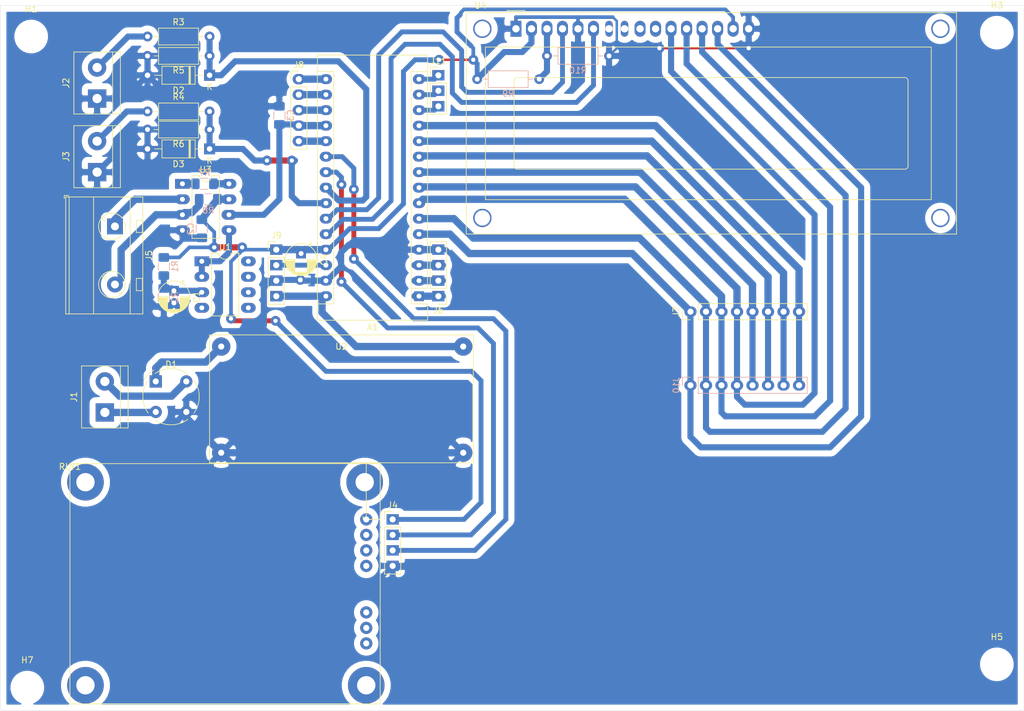
<source format=kicad_pcb>
(kicad_pcb (version 20171130) (host pcbnew 5.1.0)
  (layers (0 F.Cu signal) (31 B.Cu signal) (34 B.Paste user) (35 F.Paste user) (36 B.SilkS user) (37 F.SilkS user) (38 B.Mask user) (39 F.Mask user) (44 Edge.Cuts user))
  (net 0 "")
  (net 1 /TXD)
  (net 2 +3V3)
  (net 3 /RXD)
  (net 4 /REF)
  (net 5 /RST3)
  (net 6 /TERMO)
  (net 7 GND)
  (net 8 /A1)
  (net 9 /FIL1)
  (net 10 /RELAY1)
  (net 11 /FIL2)
  (net 12 /RELAY2)
  (net 13 /FIL3)
  (net 14 /INPUT1)
  (net 15 /FIL4)
  (net 16 /INPUT2)
  (net 17 /COL1)
  (net 18 /LCD_RS)
  (net 19 /COL2)
  (net 20 /LCD_E)
  (net 21 /COL3)
  (net 22 +5V)
  (net 23 /COL4)
  (net 24 /RST28)
  (net 25 /SS)
  (net 26 /MOSI)
  (net 27 +9V)
  (net 28 /MISO)
  (net 29 /SCK)
  (net 30 "Net-(C1-Pad1)")
  (net 31 "Net-(D1-Pad4)")
  (net 32 "Net-(D1-Pad2)")
  (net 33 "Net-(D1-Pad1)")
  (net 34 "Net-(J2-Pad2)")
  (net 35 "Net-(J3-Pad2)")
  (net 36 "/YELLOW(T-)")
  (net 37 "/RED(T+)")
  (net 38 "Net-(R7-Pad2)")
  (net 39 "Net-(R7-Pad1)")
  (net 40 "Net-(R10-Pad1)")
  (net 41 "Net-(U1-Pad1)")
  (net 42 "Net-(U4-Pad7)")
  (net 43 "Net-(U4-Pad8)")
  (net 44 "Net-(U4-Pad9)")
  (net 45 "Net-(U4-Pad10)")
  (module Arduino:2-Relay-Module (layer F.Cu) (at 29.21 87.757)
    (fp_text reference RLY1 (at 0 0.5) (layer F.SilkS))
    (fp_text value 2-Relay-Module)
    (pad JD-VCC thru_hole circle (at 48.514 29.464) (size 2 2) (drill 1) (layers *.Cu *.Mask))
    (pad VCC thru_hole circle (at 48.514 26.924) (size 2 2) (drill 1) (layers *.Cu *.Mask))
    (pad GND thru_hole circle (at 48.514 24.384) (size 2 2) (drill 1) (layers *.Cu *.Mask))
    (pad GND thru_hole circle (at 48.514 16.764) (size 2 2) (drill 1) (layers *.Cu *.Mask))
    (pad IN1 thru_hole circle (at 48.514 14.224) (size 2 2) (drill 1) (layers *.Cu *.Mask))
    (pad IN2 thru_hole circle (at 48.514 11.684) (size 2 2) (drill 1) (layers *.Cu *.Mask))
    (pad VCC thru_hole circle (at 48.514 9.144) (size 2 2) (drill 1) (layers *.Cu *.Mask))
    (pad H3 thru_hole circle (at 48.514 36.322) (size 6 6) (drill 3) (layers *.Cu *.Mask))
    (pad H4 thru_hole circle (at 48.26 3.048) (size 6 6) (drill 3) (layers *.Cu *.Mask))
    (pad H2 thru_hole circle (at 2.54 36.322) (size 6 6) (drill 3) (layers *.Cu *.Mask))
    (pad H1 thru_hole circle (at 2.54 3.048) (size 6 6) (drill 3) (layers *.Cu *.Mask))
  )
  (module Connector_PinHeader_2.54mm:PinHeader_1x04_P2.54mm_Vertical (layer F.Cu) (at 82.042 96.901)
    (fp_text reference J4 (at 0 -2.33) (layer F.SilkS))
    (fp_text value 2-relay-module)
    (pad 4 thru_hole rect (at 0 7.62) (size 2 1.7) (drill 1) (layers *.Cu *.Mask) (net 7 GND))
    (pad 3 thru_hole rect (at 0 5.08) (size 2 1.7) (drill 1) (layers *.Cu *.Mask) (net 10 /RELAY1))
    (pad 2 thru_hole rect (at 0 2.54) (size 2 1.7) (drill 1) (layers *.Cu *.Mask) (net 12 /RELAY2))
    (pad 1 thru_hole rect (at 0 0) (size 2 1.7) (drill 1) (layers *.Cu *.Mask) (net 22 +5V))
  )
  (module Connector_PinHeader_2.54mm:PinHeader_1x03_P2.54mm_Vertical (layer F.Cu) (at 89.535 24.13)
    (fp_text reference J11 (at 0 -2.33) (layer F.SilkS))
    (fp_text value Conn_01x03_Male)
    (pad 3 thru_hole rect (at 0 5.08) (size 2 1.7) (drill 1) (layers *.Cu *.Mask) (net 25 /SS))
    (pad 2 thru_hole rect (at 0 2.54) (size 2 1.7) (drill 1) (layers *.Cu *.Mask) (net 26 /MOSI))
    (pad 1 thru_hole rect (at 0 0) (size 2 1.7) (drill 1) (layers *.Cu *.Mask) (net 28 /MISO))
  )
  (module Module:Arduino_Nano (layer F.Cu) (at 86.36 60.325 180)
    (fp_text reference A1 (at 7.62 -5.08 180) (layer F.SilkS))
    (fp_text value Arduino_Nano_v2.x)
    (pad 1 thru_hole rect (at 0 0 180) (size 1.6 1.6) (drill 0.8) (layers *.Cu *.Mask) (net 1 /TXD))
    (pad 17 thru_hole oval (at 15.24 33.02 180) (size 2 1.6) (drill 0.8) (layers *.Cu *.Mask) (net 2 +3V3))
    (pad 2 thru_hole oval (at 0 2.54 180) (size 2 1.6) (drill 0.8) (layers *.Cu *.Mask) (net 3 /RXD))
    (pad 18 thru_hole oval (at 15.24 30.48 180) (size 2 1.6) (drill 0.8) (layers *.Cu *.Mask) (net 4 /REF))
    (pad 3 thru_hole oval (at 0 5.08 180) (size 2 1.6) (drill 0.8) (layers *.Cu *.Mask) (net 5 /RST3))
    (pad 19 thru_hole oval (at 15.24 27.94 180) (size 2 1.6) (drill 0.8) (layers *.Cu *.Mask) (net 6 /TERMO))
    (pad 4 thru_hole oval (at 0 7.62 180) (size 2 1.6) (drill 0.8) (layers *.Cu *.Mask) (net 7 GND))
    (pad 20 thru_hole oval (at 15.24 25.4 180) (size 2 1.6) (drill 0.8) (layers *.Cu *.Mask) (net 8 /A1))
    (pad 5 thru_hole oval (at 0 10.16 180) (size 2 1.6) (drill 0.8) (layers *.Cu *.Mask) (net 9 /FIL1))
    (pad 21 thru_hole oval (at 15.24 22.86 180) (size 2 1.6) (drill 0.8) (layers *.Cu *.Mask) (net 10 /RELAY1))
    (pad 6 thru_hole oval (at 0 12.7 180) (size 2 1.6) (drill 0.8) (layers *.Cu *.Mask) (net 11 /FIL2))
    (pad 22 thru_hole oval (at 15.24 20.32 180) (size 2 1.6) (drill 0.8) (layers *.Cu *.Mask) (net 12 /RELAY2))
    (pad 7 thru_hole oval (at 0 15.24 180) (size 2 1.6) (drill 0.8) (layers *.Cu *.Mask) (net 13 /FIL3))
    (pad 23 thru_hole oval (at 15.24 17.78 180) (size 2 1.6) (drill 0.8) (layers *.Cu *.Mask) (net 14 /INPUT1))
    (pad 8 thru_hole oval (at 0 17.78 180) (size 2 1.6) (drill 0.8) (layers *.Cu *.Mask) (net 15 /FIL4))
    (pad 24 thru_hole oval (at 15.24 15.24 180) (size 2 1.6) (drill 0.8) (layers *.Cu *.Mask) (net 16 /INPUT2))
    (pad 9 thru_hole oval (at 0 20.32 180) (size 2 1.6) (drill 0.8) (layers *.Cu *.Mask) (net 17 /COL1))
    (pad 25 thru_hole oval (at 15.24 12.7 180) (size 2 1.6) (drill 0.8) (layers *.Cu *.Mask) (net 18 /LCD_RS))
    (pad 10 thru_hole oval (at 0 22.86 180) (size 2 1.6) (drill 0.8) (layers *.Cu *.Mask) (net 19 /COL2))
    (pad 26 thru_hole oval (at 15.24 10.16 180) (size 2 1.6) (drill 0.8) (layers *.Cu *.Mask) (net 20 /LCD_E))
    (pad 11 thru_hole oval (at 0 25.4 180) (size 2 1.6) (drill 0.8) (layers *.Cu *.Mask) (net 21 /COL3))
    (pad 27 thru_hole oval (at 15.24 7.62 180) (size 2 1.6) (drill 0.8) (layers *.Cu *.Mask) (net 22 +5V))
    (pad 12 thru_hole oval (at 0 27.94 180) (size 2 1.6) (drill 0.8) (layers *.Cu *.Mask) (net 23 /COL4))
    (pad 28 thru_hole oval (at 15.24 5.08 180) (size 2 1.6) (drill 0.8) (layers *.Cu *.Mask) (net 24 /RST28))
    (pad 13 thru_hole oval (at 0 30.48 180) (size 2 1.6) (drill 0.8) (layers *.Cu *.Mask) (net 25 /SS))
    (pad 29 thru_hole oval (at 15.24 2.54 180) (size 2 1.6) (drill 0.8) (layers *.Cu *.Mask) (net 7 GND))
    (pad 14 thru_hole oval (at 0 33.02 180) (size 2 1.6) (drill 0.8) (layers *.Cu *.Mask) (net 26 /MOSI))
    (pad 30 thru_hole oval (at 15.24 0 180) (size 2 1.6) (drill 0.8) (layers *.Cu *.Mask) (net 27 +9V))
    (pad 15 thru_hole oval (at 0 35.56 180) (size 2 1.6) (drill 0.8) (layers *.Cu *.Mask) (net 28 /MISO))
    (pad 16 thru_hole oval (at 15.24 35.56 180) (size 2 1.6) (drill 0.8) (layers *.Cu *.Mask) (net 29 /SCK))
  )
  (module Capacitor_THT:CP_Radial_D5.0mm_P2.00mm (layer F.Cu) (at 46.228 59.436 270)
    (fp_text reference C1 (at 1 -3.75 270) (layer F.SilkS))
    (fp_text value 1uF/16V)
    (pad 2 thru_hole circle (at 2 0 270) (size 1.6 1.6) (drill 0.8) (layers *.Cu *.Mask) (net 7 GND))
    (pad 1 thru_hole rect (at 0 0 270) (size 1.6 1.6) (drill 0.8) (layers *.Cu *.Mask) (net 30 "Net-(C1-Pad1)"))
  )
  (module Capacitor_SMD:C_1206_3216Metric_Pad1.42x1.75mm_HandSolder (layer B.Cu) (at 50.8 49.276 270)
    (fp_text reference C2 (at 0 1.82 270) (layer B.SilkS) (effects (justify mirror)))
    (fp_text value 0.1uF)
    (pad 1 smd roundrect (at -1.4875 0 270) (size 1.425 1.75) (layers B.Cu B.Paste B.Mask) (roundrect_rratio 0.175439) (net 22 +5V))
    (pad 2 smd roundrect (at 1.4875 0 270) (size 1.425 1.75) (layers B.Cu B.Paste B.Mask) (roundrect_rratio 0.175439) (net 7 GND))
  )
  (module Capacitor_SMD:C_1206_3216Metric_Pad1.42x1.75mm_HandSolder (layer B.Cu) (at 63.5 30.6975 90)
    (fp_text reference C3 (at 0 1.82 90) (layer B.SilkS) (effects (justify mirror)))
    (fp_text value 0.1uF)
    (pad 2 smd roundrect (at 1.4875 0 90) (size 1.425 1.75) (layers B.Cu B.Paste B.Mask) (roundrect_rratio 0.175439) (net 7 GND))
    (pad 1 smd roundrect (at -1.4875 0 90) (size 1.425 1.75) (layers B.Cu B.Paste B.Mask) (roundrect_rratio 0.175439) (net 6 /TERMO))
  )
  (module Capacitor_THT:CP_Radial_D5.0mm_P2.00mm (layer F.Cu) (at 67.056 53.34 270)
    (fp_text reference C4 (at 1 -3.75 270) (layer F.SilkS))
    (fp_text value 100uF/16V)
    (pad 1 thru_hole rect (at 0 0 270) (size 1.6 1.6) (drill 0.8) (layers *.Cu *.Mask) (net 22 +5V))
    (pad 2 thru_hole circle (at 4.318 0.127 270) (size 1.6 1.6) (drill 0.8) (layers *.Cu *.Mask) (net 7 GND))
  )
  (module Diode_THT:D_A-405_P10.16mm_Horizontal (layer F.Cu) (at 52.07 24.13 180)
    (fp_text reference D2 (at 5.08 -2.47 180) (layer F.SilkS))
    (fp_text value 5.1V)
    (fp_text user K (at 0 -1.9 180) (layer F.SilkS))
    (pad 1 thru_hole rect (at 0 0 180) (size 1.8 1.8) (drill 0.9) (layers *.Cu *.Mask) (net 14 /INPUT1))
    (pad 2 thru_hole oval (at 10.16 0 180) (size 1.8 1.8) (drill 0.9) (layers *.Cu *.Mask) (net 7 GND))
  )
  (module Diode_THT:D_A-405_P10.16mm_Horizontal (layer F.Cu) (at 52.07 36.195 180)
    (fp_text reference D3 (at 5.08 -2.47 180) (layer F.SilkS))
    (fp_text value 5.1V)
    (fp_text user K (at 0 -1.9 180) (layer F.SilkS))
    (pad 2 thru_hole oval (at 10.16 0 180) (size 1.8 1.8) (drill 0.9) (layers *.Cu *.Mask) (net 7 GND))
    (pad 1 thru_hole rect (at 0 0 180) (size 1.8 1.8) (drill 0.9) (layers *.Cu *.Mask) (net 16 /INPUT2))
  )
  (module TerminalBlock:TerminalBlock_bornier-2_P5.08mm (layer F.Cu) (at 34.925 79.375 90)
    (fp_text reference J1 (at 2.54 -5.08 90) (layer F.SilkS))
    (fp_text value Screw_Terminal_01x02)
    (pad 1 thru_hole rect (at 0 0 90) (size 3 3) (drill 1.52) (layers *.Cu *.Mask) (net 32 "Net-(D1-Pad2)"))
    (pad 2 thru_hole circle (at 5.08 0 90) (size 3 3) (drill 1.52) (layers *.Cu *.Mask) (net 31 "Net-(D1-Pad4)"))
  )
  (module TerminalBlock:TerminalBlock_bornier-2_P5.08mm (layer F.Cu) (at 33.655 27.94 90)
    (fp_text reference J2 (at 2.54 -5.08 90) (layer F.SilkS))
    (fp_text value Screw_Terminal_01x02)
    (pad 1 thru_hole rect (at 0 0 90) (size 3 3) (drill 1.52) (layers *.Cu *.Mask) (net 7 GND))
    (pad 2 thru_hole circle (at 5.08 0 90) (size 3 3) (drill 1.52) (layers *.Cu *.Mask) (net 34 "Net-(J2-Pad2)"))
  )
  (module TerminalBlock:TerminalBlock_bornier-2_P5.08mm (layer F.Cu) (at 33.655 40.005 90)
    (fp_text reference J3 (at 2.54 -5.08 90) (layer F.SilkS))
    (fp_text value Screw_Terminal_01x02)
    (pad 2 thru_hole circle (at 5.08 0 90) (size 3 3) (drill 1.52) (layers *.Cu *.Mask) (net 35 "Net-(J3-Pad2)"))
    (pad 1 thru_hole rect (at 0 0 90) (size 3 3) (drill 1.52) (layers *.Cu *.Mask) (net 7 GND))
  )
  (module TerminalBlock_MetzConnect:TerminalBlock_MetzConnect_Type703_RT10N02HGLU_1x02_P9.52mm_Horizontal (layer F.Cu) (at 36.576 48.895 270)
    (fp_text reference J5 (at 4.76 -5.56 270) (layer F.SilkS))
    (fp_text value J-THERMO)
    (pad 1 thru_hole rect (at 0 0 270) (size 2.6 2.6) (drill 1.3) (layers *.Cu *.Mask) (net 36 "/YELLOW(T-)"))
    (pad 2 thru_hole circle (at 9.52 0 270) (size 2.6 2.6) (drill 1.3) (layers *.Cu *.Mask) (net 37 "/RED(T+)"))
  )
  (module Connector_PinHeader_2.54mm:PinHeader_1x04_P2.54mm_Vertical (layer F.Cu) (at 89.535 60.325 180)
    (fp_text reference J6 (at 0 -2.33 180) (layer F.SilkS))
    (fp_text value Conn_01x04_Male)
    (pad 1 thru_hole rect (at 0 0 180) (size 2 1.7) (drill 1) (layers *.Cu *.Mask) (net 1 /TXD))
    (pad 2 thru_hole rect (at 0 2.54 180) (size 2 1.7) (drill 1) (layers *.Cu *.Mask) (net 3 /RXD))
    (pad 3 thru_hole rect (at 0 5.08 180) (size 2 1.7) (drill 1) (layers *.Cu *.Mask) (net 5 /RST3))
    (pad 4 thru_hole rect (at 0 7.62 180) (size 2 1.7) (drill 1) (layers *.Cu *.Mask) (net 7 GND))
  )
  (module Connector_PinHeader_2.54mm:PinHeader_1x08_P2.54mm_Vertical (layer F.Cu) (at 130.81 62.865 90)
    (fp_text reference J7 (at 0 -2.33 90) (layer F.SilkS))
    (fp_text value Keypad4x4)
    (pad 1 thru_hole oval (at 0 0 90) (size 1.7 2) (drill 1) (layers *.Cu *.Mask) (net 9 /FIL1))
    (pad 2 thru_hole oval (at 0 2.54 90) (size 1.7 2) (drill 1) (layers *.Cu *.Mask) (net 11 /FIL2))
    (pad 3 thru_hole oval (at 0 5.08 90) (size 1.7 2) (drill 1) (layers *.Cu *.Mask) (net 13 /FIL3))
    (pad 4 thru_hole oval (at 0 7.62 90) (size 1.7 2) (drill 1) (layers *.Cu *.Mask) (net 15 /FIL4))
    (pad 5 thru_hole oval (at 0 10.16 90) (size 1.7 2) (drill 1) (layers *.Cu *.Mask) (net 17 /COL1))
    (pad 6 thru_hole oval (at 0 12.7 90) (size 1.7 2) (drill 1) (layers *.Cu *.Mask) (net 19 /COL2))
    (pad 7 thru_hole oval (at 0 15.24 90) (size 1.7 2) (drill 1) (layers *.Cu *.Mask) (net 21 /COL3))
    (pad 8 thru_hole oval (at 0 17.78 90) (size 1.7 2) (drill 1) (layers *.Cu *.Mask) (net 23 /COL4))
  )
  (module Connector_PinHeader_2.54mm:PinHeader_1x05_P2.54mm_Vertical (layer F.Cu) (at 66.675 24.765)
    (fp_text reference J8 (at 0 -2.33) (layer F.SilkS))
    (fp_text value Conn_01x05_Male)
    (pad 1 thru_hole oval (at 0 0) (size 2 1.7) (drill 1) (layers *.Cu *.Mask) (net 29 /SCK))
    (pad 2 thru_hole oval (at 0 2.54) (size 2 1.7) (drill 1) (layers *.Cu *.Mask) (net 2 +3V3))
    (pad 3 thru_hole oval (at 0 5.08) (size 2 1.7) (drill 1) (layers *.Cu *.Mask) (net 4 /REF))
    (pad 4 thru_hole oval (at 0 7.62) (size 2 1.7) (drill 1) (layers *.Cu *.Mask) (net 6 /TERMO))
    (pad 5 thru_hole oval (at 0 10.16) (size 2 1.7) (drill 1) (layers *.Cu *.Mask) (net 8 /A1))
  )
  (module Connector_PinHeader_2.54mm:PinHeader_1x04_P2.54mm_Vertical (layer F.Cu) (at 62.992 52.705)
    (fp_text reference J9 (at 0 -2.33) (layer F.SilkS))
    (fp_text value Conn_01x04_Male)
    (pad 1 thru_hole rect (at 0 0) (size 2 1.7) (drill 1) (layers *.Cu *.Mask) (net 22 +5V))
    (pad 2 thru_hole rect (at 0 2.54) (size 2 1.7) (drill 1) (layers *.Cu *.Mask) (net 24 /RST28))
    (pad 3 thru_hole rect (at 0 5.08) (size 2 1.7) (drill 1) (layers *.Cu *.Mask) (net 7 GND))
    (pad 4 thru_hole rect (at 0 7.62) (size 2 1.7) (drill 1) (layers *.Cu *.Mask) (net 27 +9V))
  )
  (module Resistor_SMD:R_1206_3216Metric_Pad1.42x1.75mm_HandSolder (layer B.Cu) (at 44.577 55.4625 90)
    (fp_text reference R1 (at 0 1.82 90) (layer B.SilkS) (effects (justify mirror)))
    (fp_text value 10k)
    (pad 2 smd roundrect (at 1.4875 0 90) (size 1.425 1.75) (layers B.Cu B.Paste B.Mask) (roundrect_rratio 0.175439) (net 22 +5V))
    (pad 1 smd roundrect (at -1.4875 0 90) (size 1.425 1.75) (layers B.Cu B.Paste B.Mask) (roundrect_rratio 0.175439) (net 30 "Net-(C1-Pad1)"))
  )
  (module Resistor_SMD:R_1206_3216Metric_Pad1.42x1.75mm_HandSolder (layer B.Cu) (at 44.577 60.5425 90)
    (fp_text reference R2 (at 0 1.82 90) (layer B.SilkS) (effects (justify mirror)))
    (fp_text value 10k)
    (pad 1 smd roundrect (at -1.4875 0 90) (size 1.425 1.75) (layers B.Cu B.Paste B.Mask) (roundrect_rratio 0.175439) (net 7 GND))
    (pad 2 smd roundrect (at 1.4875 0 90) (size 1.425 1.75) (layers B.Cu B.Paste B.Mask) (roundrect_rratio 0.175439) (net 30 "Net-(C1-Pad1)"))
  )
  (module Resistor_THT:R_Axial_DIN0207_L6.3mm_D2.5mm_P10.16mm_Horizontal (layer F.Cu) (at 41.91 17.78)
    (fp_text reference R3 (at 5.08 -2.37) (layer F.SilkS))
    (fp_text value 10k)
    (pad 2 thru_hole oval (at 10.16 0) (size 1.6 1.6) (drill 0.8) (layers *.Cu *.Mask) (net 14 /INPUT1))
    (pad 1 thru_hole circle (at 0 0) (size 1.6 1.6) (drill 0.8) (layers *.Cu *.Mask) (net 34 "Net-(J2-Pad2)"))
  )
  (module Resistor_THT:R_Axial_DIN0207_L6.3mm_D2.5mm_P10.16mm_Horizontal (layer F.Cu) (at 41.91 30.055001)
    (fp_text reference R4 (at 5.08 -2.37) (layer F.SilkS))
    (fp_text value 10k)
    (pad 2 thru_hole oval (at 10.16 0) (size 1.6 1.6) (drill 0.8) (layers *.Cu *.Mask) (net 16 /INPUT2))
    (pad 1 thru_hole circle (at 0 0) (size 1.6 1.6) (drill 0.8) (layers *.Cu *.Mask) (net 35 "Net-(J3-Pad2)"))
  )
  (module Resistor_THT:R_Axial_DIN0207_L6.3mm_D2.5mm_P10.16mm_Horizontal (layer F.Cu) (at 52.07 20.955 180)
    (fp_text reference R5 (at 5.08 -2.37 180) (layer F.SilkS))
    (fp_text value 2.7k)
    (pad 1 thru_hole circle (at 0 0 180) (size 1.6 1.6) (drill 0.8) (layers *.Cu *.Mask) (net 14 /INPUT1))
    (pad 2 thru_hole oval (at 10.16 0 180) (size 1.6 1.6) (drill 0.8) (layers *.Cu *.Mask) (net 7 GND))
  )
  (module Resistor_THT:R_Axial_DIN0207_L6.3mm_D2.5mm_P10.16mm_Horizontal (layer F.Cu) (at 52.07 33.02 180)
    (fp_text reference R6 (at 5.08 -2.37 180) (layer F.SilkS))
    (fp_text value 2.7k)
    (pad 1 thru_hole circle (at 0 0 180) (size 1.6 1.6) (drill 0.8) (layers *.Cu *.Mask) (net 16 /INPUT2))
    (pad 2 thru_hole oval (at 10.16 0 180) (size 1.6 1.6) (drill 0.8) (layers *.Cu *.Mask) (net 7 GND))
  )
  (module Resistor_SMD:R_1206_3216Metric_Pad1.42x1.75mm_HandSolder (layer B.Cu) (at 51.2175 41.91 180)
    (fp_text reference R7 (at 0 1.82 180) (layer B.SilkS) (effects (justify mirror)))
    (fp_text value 499)
    (pad 2 smd roundrect (at 1.4875 0 180) (size 1.425 1.75) (layers B.Cu B.Paste B.Mask) (roundrect_rratio 0.175439) (net 38 "Net-(R7-Pad2)"))
    (pad 1 smd roundrect (at -1.4875 0 180) (size 1.425 1.75) (layers B.Cu B.Paste B.Mask) (roundrect_rratio 0.175439) (net 39 "Net-(R7-Pad1)"))
  )
  (module Resistor_SMD:R_1206_3216Metric_Pad1.42x1.75mm_HandSolder (layer B.Cu) (at 51.8525 44.45)
    (fp_text reference R8 (at 0 1.82) (layer B.SilkS) (effects (justify mirror)))
    (fp_text value 10k)
    (pad 1 smd roundrect (at -1.4875 0) (size 1.425 1.75) (layers B.Cu B.Paste B.Mask) (roundrect_rratio 0.175439) (net 37 "/RED(T+)"))
    (pad 2 smd roundrect (at 1.4875 0) (size 1.425 1.75) (layers B.Cu B.Paste B.Mask) (roundrect_rratio 0.175439) (net 22 +5V))
  )
  (module Resistor_THT:R_Axial_DIN0207_L6.3mm_D2.5mm_P10.16mm_Horizontal (layer B.Cu) (at 95.885 24.765)
    (fp_text reference R9 (at 5.08 2.37) (layer B.SilkS) (effects (justify mirror)))
    (fp_text value 10k)
    (pad 1 thru_hole circle (at 0 0) (size 1.6 1.6) (drill 0.8) (layers *.Cu *.Mask) (net 22 +5V))
    (pad 2 thru_hole oval (at 10.16 0) (size 1.6 1.6) (drill 0.8) (layers *.Cu *.Mask) (net 40 "Net-(R10-Pad1)"))
  )
  (module Resistor_THT:R_Axial_DIN0207_L6.3mm_D2.5mm_P10.16mm_Horizontal (layer B.Cu) (at 107.315 20.955)
    (fp_text reference R10 (at 5.08 2.37) (layer B.SilkS) (effects (justify mirror)))
    (fp_text value 1.5-2k)
    (pad 2 thru_hole oval (at 10.16 0) (size 1.6 1.6) (drill 0.8) (layers *.Cu *.Mask) (net 7 GND))
    (pad 1 thru_hole circle (at 0 0) (size 1.6 1.6) (drill 0.8) (layers *.Cu *.Mask) (net 40 "Net-(R10-Pad1)"))
  )
  (module Package_DIP:DIP-8_W7.62mm_LongPads (layer F.Cu) (at 50.8 54.61)
    (fp_text reference U1 (at 3.81 -2.33) (layer F.SilkS))
    (fp_text value LM358)
    (pad 1 thru_hole rect (at 0 0) (size 2.4 1.6) (drill 0.8) (layers *.Cu *.Mask) (net 41 "Net-(U1-Pad1)"))
    (pad 5 thru_hole oval (at 7.62 7.62) (size 2.4 1.6) (drill 0.8) (layers *.Cu *.Mask))
    (pad 2 thru_hole oval (at 0 2.54) (size 2.4 1.6) (drill 0.8) (layers *.Cu *.Mask) (net 41 "Net-(U1-Pad1)"))
    (pad 6 thru_hole oval (at 7.62 5.08) (size 2.4 1.6) (drill 0.8) (layers *.Cu *.Mask))
    (pad 3 thru_hole oval (at 0 5.08) (size 2.4 1.6) (drill 0.8) (layers *.Cu *.Mask) (net 30 "Net-(C1-Pad1)"))
    (pad 7 thru_hole oval (at 7.62 2.54) (size 2.4 1.6) (drill 0.8) (layers *.Cu *.Mask))
    (pad 4 thru_hole oval (at 0 7.62) (size 2.4 1.6) (drill 0.8) (layers *.Cu *.Mask))
    (pad 8 thru_hole oval (at 7.62 0) (size 2.4 1.6) (drill 0.8) (layers *.Cu *.Mask))
  )
  (module Package_DIP:DIP-8_W7.62mm_LongPads (layer F.Cu) (at 47.625 41.91)
    (fp_text reference U3 (at 3.81 -2.33) (layer F.SilkS))
    (fp_text value INA129)
    (pad 8 thru_hole oval (at 7.62 0) (size 2.4 1.6) (drill 0.8) (layers *.Cu *.Mask) (net 39 "Net-(R7-Pad1)"))
    (pad 4 thru_hole oval (at 0 7.62) (size 2.4 1.6) (drill 0.8) (layers *.Cu *.Mask) (net 7 GND))
    (pad 7 thru_hole oval (at 7.62 2.54) (size 2.4 1.6) (drill 0.8) (layers *.Cu *.Mask) (net 22 +5V))
    (pad 3 thru_hole oval (at 0 5.08) (size 2.4 1.6) (drill 0.8) (layers *.Cu *.Mask) (net 37 "/RED(T+)"))
    (pad 6 thru_hole oval (at 7.62 5.08) (size 2.4 1.6) (drill 0.8) (layers *.Cu *.Mask) (net 6 /TERMO))
    (pad 2 thru_hole oval (at 0 2.54) (size 2.4 1.6) (drill 0.8) (layers *.Cu *.Mask) (net 36 "/YELLOW(T-)"))
    (pad 5 thru_hole oval (at 7.62 7.62) (size 2.4 1.6) (drill 0.8) (layers *.Cu *.Mask) (net 41 "Net-(U1-Pad1)"))
    (pad 1 thru_hole rect (at 0 0) (size 2.4 1.6) (drill 0.8) (layers *.Cu *.Mask) (net 38 "Net-(R7-Pad2)"))
  )
  (module Arduino:LM2596-DC-DC-StepDown (layer F.Cu) (at 53.975 68.58)
    (fp_text reference U2 (at 19.685 0) (layer F.SilkS))
    (fp_text value LM2596DC-DC-StepDown)
    (pad 1 thru_hole circle (at 0 0) (size 3 3) (drill 1) (layers *.Cu *.Mask) (net 33 "Net-(D1-Pad1)"))
    (pad 2 thru_hole circle (at 0 17.399) (size 3 3) (drill 1) (layers *.Cu *.Mask) (net 7 GND))
    (pad 3 thru_hole circle (at 39.624 17.399) (size 3 3) (drill 1) (layers *.Cu *.Mask) (net 7 GND))
    (pad 4 thru_hole circle (at 39.624 0) (size 3 3) (drill 1) (layers *.Cu *.Mask) (net 27 +9V))
  )
  (module Diode_THT:Diode_Bridge_Round_D9.0mm (layer F.Cu) (at 43.26 74.295)
    (fp_text reference D1 (at 2.54 -2.794) (layer F.SilkS))
    (fp_text value W04G)
    (pad 4 thru_hole oval (at 5 0) (size 2 2) (drill 1) (layers *.Cu *.Mask) (net 31 "Net-(D1-Pad4)"))
    (pad 2 thru_hole oval (at 0 5) (size 2 2) (drill 1) (layers *.Cu *.Mask) (net 32 "Net-(D1-Pad2)"))
    (pad 3 thru_hole oval (at 5 5) (size 2 2) (drill 1) (layers *.Cu *.Mask) (net 7 GND))
    (pad 1 thru_hole rect (at 0 0) (size 2 2) (drill 1) (layers *.Cu *.Mask) (net 33 "Net-(D1-Pad1)"))
  )
  (module Display:WC1602A (layer F.Cu) (at 102.235 16.51)
    (fp_text reference U4 (at -5.82 -3.81) (layer F.SilkS))
    (fp_text value RC1602A)
    (pad 1 thru_hole rect (at 0 0) (size 1.8 2.6) (drill 1.2) (layers *.Cu *.Mask) (net 7 GND))
    (pad 2 thru_hole oval (at 2.54 0) (size 1.8 2.6) (drill 1.2) (layers *.Cu *.Mask) (net 22 +5V))
    (pad 3 thru_hole oval (at 5.08 0) (size 1.8 2.6) (drill 1.2) (layers *.Cu *.Mask) (net 40 "Net-(R10-Pad1)"))
    (pad 4 thru_hole oval (at 7.62 0) (size 1.8 2.6) (drill 1.2) (layers *.Cu *.Mask) (net 18 /LCD_RS))
    (pad 5 thru_hole oval (at 10.16 0) (size 1.8 2.6) (drill 1.2) (layers *.Cu *.Mask) (net 7 GND))
    (pad 6 thru_hole oval (at 12.7 0) (size 1.8 2.6) (drill 1.2) (layers *.Cu *.Mask) (net 20 /LCD_E))
    (pad 7 thru_hole oval (at 15.24 0) (size 1.2 2.6) (drill 1.2) (layers *.Cu *.Mask) (net 42 "Net-(U4-Pad7)"))
    (pad 8 thru_hole oval (at 17.78 0) (size 1.2 2.6) (drill 1.2) (layers *.Cu *.Mask) (net 43 "Net-(U4-Pad8)"))
    (pad 9 thru_hole oval (at 20.32 0) (size 1.8 2.6) (drill 1.2) (layers *.Cu *.Mask) (net 44 "Net-(U4-Pad9)"))
    (pad 10 thru_hole oval (at 22.86 0) (size 1.8 2.6) (drill 1.2) (layers *.Cu *.Mask) (net 45 "Net-(U4-Pad10)"))
    (pad 11 thru_hole oval (at 25.4 0) (size 1.8 2.6) (drill 1.2) (layers *.Cu *.Mask) (net 15 /FIL4))
    (pad 12 thru_hole oval (at 27.94 0) (size 1.8 2.6) (drill 1.2) (layers *.Cu *.Mask) (net 13 /FIL3))
    (pad 13 thru_hole oval (at 30.48 0) (size 1.8 2.6) (drill 1.2) (layers *.Cu *.Mask) (net 11 /FIL2))
    (pad 14 thru_hole oval (at 33.02 0) (size 1.8 2.6) (drill 1.2) (layers *.Cu *.Mask) (net 9 /FIL1))
    (pad 15 thru_hole oval (at 35.56 0) (size 1.8 2.6) (drill 1.2) (layers *.Cu *.Mask) (net 22 +5V))
    (pad 16 thru_hole oval (at 38.1 0) (size 1.8 2.6) (drill 1.2) (layers *.Cu *.Mask) (net 7 GND))
    (pad "" thru_hole circle (at -5.4991 0) (size 3 3) (drill 2.5) (layers *.Cu *.Mask))
    (pad "" thru_hole circle (at -5.4991 31.0007) (size 3 3) (drill 2.5) (layers *.Cu *.Mask))
    (pad "" thru_hole circle (at 69.49948 31.0007) (size 3 3) (drill 2.5) (layers *.Cu *.Mask))
    (pad "" thru_hole circle (at 69.5 0) (size 3 3) (drill 2.5) (layers *.Cu *.Mask))
  )
  (module MountingHole:MountingHole_3.5mm (layer F.Cu) (at 22.86 17.78)
    (fp_text reference H1 (at 0 -4.5) (layer F.SilkS))
    (fp_text value MountingHole)
    (pad 1 np_thru_hole circle (at 0 0) (size 3.5 3.5) (drill 3.5) (layers *.Cu *.Mask))
  )
  (module MountingHole:MountingHole_3.5mm (layer F.Cu) (at 180.975 17.145)
    (fp_text reference H3 (at 0 -4.5) (layer F.SilkS))
    (fp_text value MountingHole)
    (pad 1 np_thru_hole circle (at 0 0) (size 3.5 3.5) (drill 3.5) (layers *.Cu *.Mask))
  )
  (module MountingHole:MountingHole_3.5mm (layer F.Cu) (at 180.975 120.65)
    (fp_text reference H5 (at 0 -4.5) (layer F.SilkS))
    (fp_text value MountingHole)
    (pad 1 np_thru_hole circle (at 0 0) (size 3.5 3.5) (drill 3.5) (layers *.Cu *.Mask))
  )
  (module MountingHole:MountingHole_3.5mm (layer F.Cu) (at 22.225 124.46)
    (fp_text reference H7 (at 0 -4.5) (layer F.SilkS))
    (fp_text value MountingHole)
    (pad 1 np_thru_hole circle (at 0 0) (size 3.5 3.5) (drill 3.5) (layers *.Cu *.Mask))
  )
  (module Connector_PinHeader_2.54mm:PinHeader_1x08_P2.54mm_Vertical (layer B.Cu) (at 130.81 74.93 270)
    (fp_text reference J10 (at 0 2.33 270) (layer B.SilkS) (effects (justify mirror)))
    (fp_text value Keypad4x4)
    (pad 1 thru_hole oval (at 0 0 270) (size 1.7 2) (drill 1) (layers *.Cu *.Mask) (net 9 /FIL1))
    (pad 2 thru_hole oval (at 0 -2.54 270) (size 1.7 2) (drill 1) (layers *.Cu *.Mask) (net 11 /FIL2))
    (pad 3 thru_hole oval (at 0 -5.08 270) (size 1.7 2) (drill 1) (layers *.Cu *.Mask) (net 13 /FIL3))
    (pad 4 thru_hole oval (at 0 -7.62 270) (size 1.7 2) (drill 1) (layers *.Cu *.Mask) (net 15 /FIL4))
    (pad 5 thru_hole oval (at 0 -10.16 270) (size 1.7 2) (drill 1) (layers *.Cu *.Mask) (net 17 /COL1))
    (pad 6 thru_hole oval (at 0 -12.7 270) (size 1.7 2) (drill 1) (layers *.Cu *.Mask) (net 19 /COL2))
    (pad 7 thru_hole oval (at 0 -15.24 270) (size 1.7 2) (drill 1) (layers *.Cu *.Mask) (net 21 /COL3))
    (pad 8 thru_hole oval (at 0 -17.78 270) (size 1.7 2) (drill 1) (layers *.Cu *.Mask) (net 23 /COL4))
  )
  (gr_line (start 17.78 128.27) (end 17.78 119.38) (layer Edge.Cuts) (width 0.05))
  (gr_line (start 185.42 128.27) (end 17.78 128.27) (layer Edge.Cuts) (width 0.05))
  (gr_line (start 17.78 119.38) (end 17.78 12.7) (layer Edge.Cuts) (width 0.05))
  (gr_line (start 185.42 12.7) (end 185.42 128.27) (layer Edge.Cuts) (width 0.05))
  (gr_line (start 17.78 12.7) (end 185.42 12.7) (layer Edge.Cuts) (width 0.05))
  (segment (start 90.17 60.325) (end 85.725 60.325) (width 1.2) (layer B.Cu) (net 1))
  (segment (start 70.485 27.305) (end 66.675 27.305) (width 1.2) (layer B.Cu) (net 2))
  (segment (start 85.725 57.785) (end 90.17 57.785) (width 1.2) (layer B.Cu) (net 3))
  (segment (start 66.675 29.845) (end 70.485 29.845) (width 1.2) (layer B.Cu) (net 4))
  (segment (start 85.725 55.245) (end 90.17 55.245) (width 1.2) (layer B.Cu) (net 5))
  (segment (start 70.485 32.385) (end 66.675 32.385) (width 1.2) (layer B.Cu) (net 6))
  (segment (start 66.475 32.185) (end 66.675 32.385) (width 1) (layer B.Cu) (net 6))
  (segment (start 63.5 32.185) (end 66.475 32.185) (width 1) (layer B.Cu) (net 6))
  (segment (start 63.5 44.45) (end 63.5 32.185) (width 1) (layer B.Cu) (net 6))
  (segment (start 55.245 46.99) (end 60.96 46.99) (width 1) (layer B.Cu) (net 6))
  (segment (start 60.96 46.99) (end 63.5 44.45) (width 1) (layer B.Cu) (net 6))
  (segment (start 41.91 20.955) (end 41.91 24.13) (width 1) (layer B.Cu) (net 7))
  (segment (start 38.1 27.94) (end 41.91 24.13) (width 1) (layer B.Cu) (net 7))
  (segment (start 33.655 27.94) (end 38.1 27.94) (width 1) (layer B.Cu) (net 7))
  (segment (start 41.91 33.02) (end 41.91 36.195) (width 1) (layer B.Cu) (net 7))
  (segment (start 37.465 36.195) (end 33.655 40.005) (width 1) (layer B.Cu) (net 7))
  (segment (start 41.91 36.195) (end 37.465 36.195) (width 1) (layer B.Cu) (net 7))
  (segment (start 85.725 52.705) (end 90.17 52.705) (width 1.2) (layer B.Cu) (net 7))
  (segment (start 48.26 80.264) (end 53.975 85.979) (width 1.2) (layer B.Cu) (net 7))
  (segment (start 48.26 79.295) (end 48.26 80.264) (width 1.2) (layer B.Cu) (net 7))
  (segment (start 63.5 29.21) (end 59.69 29.21) (width 1) (layer B.Cu) (net 7))
  (segment (start 59.69 29.21) (end 57.785 27.305) (width 1) (layer B.Cu) (net 7))
  (segment (start 45.085 27.305) (end 41.91 24.13) (width 1) (layer B.Cu) (net 7))
  (segment (start 57.785 27.305) (end 45.085 27.305) (width 1) (layer B.Cu) (net 7))
  (segment (start 31.155 27.94) (end 29.845 29.25) (width 1) (layer B.Cu) (net 7))
  (segment (start 33.655 27.94) (end 31.155 27.94) (width 1) (layer B.Cu) (net 7))
  (segment (start 31.155 40.005) (end 33.655 40.005) (width 1) (layer B.Cu) (net 7))
  (segment (start 29.845 38.695) (end 31.155 40.005) (width 1) (layer B.Cu) (net 7))
  (segment (start 29.845 29.25) (end 29.845 38.695) (width 1) (layer B.Cu) (net 7))
  (segment (start 33.655 42.505) (end 31.115 45.045) (width 1) (layer B.Cu) (net 7))
  (segment (start 33.655 40.005) (end 33.655 42.505) (width 1) (layer B.Cu) (net 7))
  (segment (start 31.115 59.69) (end 32.004 60.452) (width 1) (layer B.Cu) (net 7))
  (segment (start 31.115 45.045) (end 31.115 59.69) (width 1) (layer B.Cu) (net 7))
  (segment (start 32.004 60.452) (end 34.09 62.03) (width 1) (layer B.Cu) (net 7))
  (segment (start 34.09 62.03) (end 45.085 62.03) (width 1) (layer B.Cu) (net 7))
  (segment (start 45.634 62.03) (end 46.228 61.436) (width 1) (layer B.Cu) (net 7))
  (segment (start 44.577 62.03) (end 45.634 62.03) (width 1) (layer B.Cu) (net 7))
  (segment (start 43.234 62.03) (end 44.577 62.03) (width 1) (layer B.Cu) (net 7))
  (segment (start 41.148 59.944) (end 43.234 62.03) (width 1) (layer B.Cu) (net 7))
  (segment (start 41.148 53.807) (end 41.148 59.944) (width 1) (layer B.Cu) (net 7))
  (segment (start 47.625 49.53) (end 45.425 49.53) (width 1) (layer B.Cu) (net 7))
  (segment (start 45.425 49.53) (end 41.148 53.807) (width 1) (layer B.Cu) (net 7))
  (segment (start 47.752 50.8) (end 49.784 50.8) (width 1.2) (layer B.Cu) (net 7))
  (segment (start 47.625 49.53) (end 47.752 50.8) (width 1.2) (layer B.Cu) (net 7))
  (segment (start 48.26 79.295) (end 41.703 85.852) (width 1) (layer B.Cu) (net 7))
  (segment (start 41.703 85.852) (end 32.512 85.852) (width 1) (layer B.Cu) (net 7))
  (segment (start 32.512 85.852) (end 30.48 83.82) (width 1) (layer B.Cu) (net 7))
  (segment (start 30.48 65.64) (end 34.09 62.03) (width 1) (layer B.Cu) (net 7))
  (segment (start 30.48 83.82) (end 30.48 65.64) (width 1) (layer B.Cu) (net 7))
  (segment (start 140.335 16.51) (end 140.335 19.939) (width 1) (layer B.Cu) (net 7))
  (segment (start 67.056 57.785) (end 66.929 57.658) (width 1) (layer B.Cu) (net 7))
  (segment (start 71.12 57.785) (end 67.056 57.785) (width 1) (layer B.Cu) (net 7))
  (segment (start 63.119 57.658) (end 66.929 57.658) (width 1) (layer B.Cu) (net 7))
  (segment (start 62.992 57.785) (end 63.119 57.658) (width 1) (layer B.Cu) (net 7))
  (segment (start 112.395 14.605) (end 112.395 16.51) (width 0.6) (layer B.Cu) (net 7))
  (segment (start 102.235 16.51) (end 102.235 14.61) (width 0.6) (layer B.Cu) (net 7))
  (segment (start 102.24 14.605) (end 112.395 14.605) (width 0.6) (layer B.Cu) (net 7))
  (segment (start 102.235 14.61) (end 102.24 14.605) (width 0.6) (layer B.Cu) (net 7))
  (via (at 140.335 19.685) (size 1.6) (drill 0.7) (layers F.Cu B.Cu) (net 7))
  (via (at 125.73 19.685) (size 1.6) (drill 0.7) (layers F.Cu B.Cu) (net 7))
  (segment (start 124.930001 20.484999) (end 125.73 19.685) (width 0.8) (layer B.Cu) (net 7))
  (segment (start 124.46 20.955) (end 124.930001 20.484999) (width 0.8) (layer B.Cu) (net 7))
  (segment (start 117.475 20.955) (end 124.46 20.955) (width 0.8) (layer B.Cu) (net 7))
  (segment (start 112.395 14.605) (end 118.11 14.605) (width 0.6) (layer B.Cu) (net 7))
  (segment (start 118.11 14.605) (end 118.745 15.24) (width 0.4) (layer B.Cu) (net 7))
  (segment (start 118.745 19.685) (end 117.475 20.955) (width 0.4) (layer B.Cu) (net 7))
  (segment (start 118.745 15.24) (end 118.745 19.685) (width 0.4) (layer B.Cu) (net 7))
  (segment (start 89.916 85.979) (end 93.599 85.979) (width 0.8) (layer B.Cu) (net 7))
  (segment (start 82.042 104.521) (end 78.994 107.569) (width 0.8) (layer B.Cu) (net 7))
  (segment (start 78.994 107.569) (end 75.184 107.569) (width 0.8) (layer B.Cu) (net 7))
  (segment (start 72.263 104.648) (end 72.263 85.979) (width 0.8) (layer B.Cu) (net 7))
  (segment (start 53.975 85.979) (end 72.263 85.979) (width 1.2) (layer B.Cu) (net 7))
  (segment (start 75.184 107.569) (end 72.263 104.648) (width 0.8) (layer B.Cu) (net 7))
  (segment (start 72.263 85.979) (end 93.599 85.979) (width 1.2) (layer B.Cu) (net 7))
  (segment (start 96.774 104.521) (end 91.186 104.521) (width 0.8) (layer B.Cu) (net 7))
  (segment (start 91.186 104.521) (end 82.042 104.521) (width 0.8) (layer B.Cu) (net 7))
  (segment (start 102.616 98.679) (end 96.774 104.521) (width 0.8) (layer B.Cu) (net 7))
  (segment (start 102.616 64.516) (end 102.616 98.679) (width 0.8) (layer B.Cu) (net 7))
  (segment (start 89.535 52.705) (end 90.805 52.705) (width 0.8) (layer B.Cu) (net 7))
  (segment (start 90.805 52.705) (end 102.616 64.516) (width 0.8) (layer B.Cu) (net 7))
  (segment (start 161.544 87.376) (end 145.288 103.632) (width 1) (layer B.Cu) (net 7))
  (segment (start 140.335 19.939) (end 161.544 41.148) (width 1) (layer B.Cu) (net 7))
  (segment (start 161.544 41.148) (end 161.544 87.376) (width 1) (layer B.Cu) (net 7))
  (segment (start 82.296 104.775) (end 82.042 104.521) (width 0.8) (layer B.Cu) (net 7))
  (segment (start 145.288 103.632) (end 144.145 104.775) (width 0.8) (layer B.Cu) (net 7))
  (segment (start 144.145 104.775) (end 82.296 104.775) (width 0.8) (layer B.Cu) (net 7))
  (segment (start 138.94963 19.685) (end 125.73 19.685) (width 0.4) (layer F.Cu) (net 7))
  (segment (start 140.335 19.939) (end 140.081 19.685) (width 0.4) (layer F.Cu) (net 7))
  (segment (start 140.081 19.685) (end 138.94963 19.685) (width 0.4) (layer F.Cu) (net 7))
  (segment (start 86.36 52.705) (end 86.36 52.705) (width 1) (layer B.Cu) (net 7))
  (segment (start 84.455 52.705) (end 86.36 52.705) (width 1) (layer B.Cu) (net 7))
  (segment (start 71.2978 57.785) (end 73.6092 55.4736) (width 1) (layer B.Cu) (net 7))
  (segment (start 74.866399 51.905001) (end 83.655001 51.905001) (width 1) (layer B.Cu) (net 7))
  (segment (start 83.655001 51.905001) (end 84.455 52.705) (width 1) (layer B.Cu) (net 7))
  (segment (start 73.6092 53.1622) (end 74.866399 51.905001) (width 1) (layer B.Cu) (net 7))
  (segment (start 71.12 57.785) (end 71.2978 57.785) (width 1) (layer B.Cu) (net 7))
  (segment (start 73.6092 55.4736) (end 73.6092 53.1622) (width 1) (layer B.Cu) (net 7))
  (segment (start 47.027999 62.235999) (end 46.228 61.436) (width 1) (layer B.Cu) (net 7))
  (segment (start 62.103 57.785) (end 60.96 58.928) (width 1) (layer B.Cu) (net 7))
  (segment (start 62.992 57.785) (end 62.103 57.785) (width 1) (layer B.Cu) (net 7))
  (segment (start 60.96 65.024) (end 60.120398 65.863602) (width 1) (layer B.Cu) (net 7))
  (segment (start 60.96 58.928) (end 60.96 65.024) (width 1) (layer B.Cu) (net 7))
  (segment (start 60.120398 65.863602) (end 50.655602 65.863602) (width 0.6) (layer B.Cu) (net 7))
  (segment (start 50.655602 65.863602) (end 47.027999 62.235999) (width 1) (layer B.Cu) (net 7))
  (segment (start 66.675 34.925) (end 70.485 34.925) (width 1.2) (layer B.Cu) (net 8))
  (segment (start 130.81 62.865) (end 130.81 74.93) (width 1) (layer B.Cu) (net 9))
  (segment (start 91.44 50.165) (end 86.36 50.165) (width 1.2) (layer B.Cu) (net 9))
  (segment (start 94.615 53.34) (end 91.44 50.165) (width 1.2) (layer B.Cu) (net 9))
  (segment (start 130.81 62.865) (end 121.285 53.34) (width 1.2) (layer B.Cu) (net 9))
  (segment (start 121.285 53.34) (end 94.615 53.34) (width 1.2) (layer B.Cu) (net 9))
  (segment (start 135.255 19.05) (end 135.255 16.51) (width 1) (layer B.Cu) (net 9))
  (segment (start 130.81 83.3628) (end 132.5372 85.09) (width 1) (layer B.Cu) (net 9))
  (segment (start 130.81 74.93) (end 130.81 83.3628) (width 1) (layer B.Cu) (net 9))
  (segment (start 158.75 80.01) (end 158.75 42.545) (width 1) (layer B.Cu) (net 9))
  (segment (start 132.5372 85.09) (end 153.67 85.09) (width 1) (layer B.Cu) (net 9))
  (segment (start 153.67 85.09) (end 158.75 80.01) (width 1) (layer B.Cu) (net 9))
  (segment (start 158.75 42.545) (end 135.255 19.05) (width 1) (layer B.Cu) (net 9))
  (via (at 75.692 54.203602) (size 1.6) (drill 0.7) (layers F.Cu B.Cu) (net 10))
  (segment (start 95.504 101.981) (end 100.584 96.901) (width 0.8) (layer B.Cu) (net 10))
  (segment (start 98.552 64.008) (end 85.496398 64.008) (width 0.8) (layer B.Cu) (net 10))
  (segment (start 76.491999 55.003601) (end 75.692 54.203602) (width 0.8) (layer B.Cu) (net 10))
  (segment (start 100.584 66.04) (end 98.552 64.008) (width 0.8) (layer B.Cu) (net 10))
  (segment (start 100.584 96.901) (end 100.584 66.04) (width 0.8) (layer B.Cu) (net 10))
  (segment (start 85.496398 64.008) (end 76.491999 55.003601) (width 0.8) (layer B.Cu) (net 10))
  (segment (start 82.042 101.981) (end 95.504 101.981) (width 0.8) (layer B.Cu) (net 10))
  (via (at 75.692 42.8244) (size 1.6) (drill 0.7) (layers F.Cu B.Cu) (net 10))
  (segment (start 75.692 41.69303) (end 75.692 42.8244) (width 0.8) (layer B.Cu) (net 10))
  (segment (start 71.12 37.465) (end 73.787 37.465) (width 0.8) (layer B.Cu) (net 10))
  (segment (start 75.692 39.37) (end 75.692 41.69303) (width 0.8) (layer B.Cu) (net 10))
  (segment (start 73.787 37.465) (end 75.692 39.37) (width 0.8) (layer B.Cu) (net 10))
  (segment (start 75.692 42.8244) (end 75.692 54.203602) (width 0.8) (layer F.Cu) (net 10))
  (segment (start 133.35 62.865) (end 133.35 74.93) (width 1) (layer B.Cu) (net 11))
  (segment (start 122.487081 50.8) (end 133.35 61.662919) (width 1.2) (layer B.Cu) (net 11))
  (segment (start 95.25 50.8) (end 122.487081 50.8) (width 1.2) (layer B.Cu) (net 11))
  (segment (start 86.36 47.625) (end 92.075 47.625) (width 1.2) (layer B.Cu) (net 11))
  (segment (start 133.35 61.662919) (end 133.35 62.865) (width 1.2) (layer B.Cu) (net 11))
  (segment (start 92.075 47.625) (end 95.25 50.8) (width 1.2) (layer B.Cu) (net 11))
  (segment (start 133.35 81.915) (end 133.35 74.93) (width 1) (layer B.Cu) (net 11))
  (segment (start 132.715 20.32) (end 156.21 43.815) (width 1) (layer B.Cu) (net 11))
  (segment (start 132.715 16.51) (end 132.715 20.32) (width 1) (layer B.Cu) (net 11))
  (segment (start 156.21 43.815) (end 156.21 78.74) (width 1) (layer B.Cu) (net 11))
  (segment (start 156.21 78.74) (end 152.4 82.55) (width 1) (layer B.Cu) (net 11))
  (segment (start 152.4 82.55) (end 133.985 82.55) (width 1) (layer B.Cu) (net 11))
  (segment (start 133.985 82.55) (end 133.35 81.915) (width 1) (layer B.Cu) (net 11))
  (via (at 73.66 42.037) (size 1.6) (drill 0.7) (layers F.Cu B.Cu) (net 12))
  (segment (start 71.12 40.005) (end 72.8218 40.005) (width 0.8) (layer B.Cu) (net 12))
  (segment (start 73.66 40.8432) (end 73.66 42.037) (width 0.8) (layer B.Cu) (net 12))
  (segment (start 72.8218 40.005) (end 73.66 40.8432) (width 0.8) (layer B.Cu) (net 12))
  (segment (start 73.66 41.77137) (end 73.66 57.9628) (width 0.8) (layer F.Cu) (net 12))
  (segment (start 96.012 65.532) (end 81.2292 65.532) (width 0.8) (layer B.Cu) (net 12))
  (segment (start 94.869 99.441) (end 98.552 95.758) (width 0.8) (layer B.Cu) (net 12))
  (via (at 73.66 57.9628) (size 1.6) (drill 0.7) (layers F.Cu B.Cu) (net 12))
  (segment (start 81.2292 65.532) (end 74.459999 58.762799) (width 0.8) (layer B.Cu) (net 12))
  (segment (start 74.459999 58.762799) (end 73.66 57.9628) (width 0.8) (layer B.Cu) (net 12))
  (segment (start 98.552 68.072) (end 96.012 65.532) (width 0.8) (layer B.Cu) (net 12))
  (segment (start 82.042 99.441) (end 94.869 99.441) (width 0.8) (layer B.Cu) (net 12))
  (segment (start 98.552 95.758) (end 98.552 68.072) (width 0.8) (layer B.Cu) (net 12))
  (segment (start 135.89 62.865) (end 135.89 74.93) (width 1) (layer B.Cu) (net 13))
  (segment (start 135.89 60.325) (end 135.89 62.865) (width 1.2) (layer B.Cu) (net 13))
  (segment (start 120.015 44.45) (end 135.89 60.325) (width 1.2) (layer B.Cu) (net 13))
  (segment (start 86.36 45.085) (end 86.995 44.45) (width 1.2) (layer B.Cu) (net 13))
  (segment (start 86.995 44.45) (end 120.015 44.45) (width 1.2) (layer B.Cu) (net 13))
  (segment (start 130.175 22.225) (end 130.175 16.51) (width 1) (layer B.Cu) (net 13))
  (segment (start 135.89 79.375) (end 136.525 80.01) (width 1) (layer B.Cu) (net 13))
  (segment (start 135.89 74.93) (end 135.89 79.375) (width 1) (layer B.Cu) (net 13))
  (segment (start 136.525 80.01) (end 151.13 80.01) (width 1) (layer B.Cu) (net 13))
  (segment (start 151.13 80.01) (end 153.67 77.47) (width 1) (layer B.Cu) (net 13))
  (segment (start 153.67 77.47) (end 153.67 45.72) (width 1) (layer B.Cu) (net 13))
  (segment (start 153.67 45.72) (end 130.175 22.225) (width 1) (layer B.Cu) (net 13))
  (segment (start 52.07 17.78) (end 52.07 24.13) (width 1) (layer B.Cu) (net 14))
  (segment (start 71.919999 43.344999) (end 71.12 42.545) (width 1) (layer B.Cu) (net 14))
  (segment (start 73.229602 44.654602) (end 71.919999 43.344999) (width 1) (layer B.Cu) (net 14))
  (segment (start 77.138398 44.654602) (end 73.229602 44.654602) (width 1) (layer B.Cu) (net 14))
  (segment (start 52.07 24.13) (end 53.97 24.13) (width 1) (layer B.Cu) (net 14))
  (segment (start 56.256 21.844) (end 73.152 21.844) (width 1) (layer B.Cu) (net 14))
  (segment (start 73.152 21.844) (end 77.724 26.416) (width 1) (layer B.Cu) (net 14))
  (segment (start 77.724 26.416) (end 77.724 44.069) (width 1) (layer B.Cu) (net 14))
  (segment (start 53.97 24.13) (end 56.256 21.844) (width 1) (layer B.Cu) (net 14))
  (segment (start 77.724 44.069) (end 77.138398 44.654602) (width 1) (layer B.Cu) (net 14))
  (segment (start 127.635 16.51) (end 127.635 23.495) (width 1) (layer B.Cu) (net 15))
  (segment (start 127.635 23.495) (end 151.13 46.99) (width 1) (layer B.Cu) (net 15))
  (segment (start 151.13 46.99) (end 151.13 76.2) (width 1) (layer B.Cu) (net 15))
  (segment (start 151.13 76.2) (end 149.225 78.105) (width 1) (layer B.Cu) (net 15))
  (segment (start 149.225 78.105) (end 139.7 78.105) (width 1) (layer B.Cu) (net 15))
  (segment (start 138.43 76.835) (end 138.43 74.93) (width 1) (layer B.Cu) (net 15))
  (segment (start 139.7 78.105) (end 138.43 76.835) (width 1) (layer B.Cu) (net 15))
  (segment (start 138.43 74.93) (end 138.43 62.865) (width 1) (layer B.Cu) (net 15))
  (segment (start 121.793 42.418) (end 138.43 59.055) (width 1.2) (layer B.Cu) (net 15))
  (segment (start 86.36 42.545) (end 86.487 42.418) (width 1.2) (layer B.Cu) (net 15))
  (segment (start 138.43 59.055) (end 138.43 62.865) (width 1.2) (layer B.Cu) (net 15))
  (segment (start 86.487 42.418) (end 121.793 42.418) (width 1.2) (layer B.Cu) (net 15))
  (segment (start 52.07 30.055001) (end 52.07 36.195) (width 1) (layer B.Cu) (net 16))
  (via (at 65.532 38.1) (size 1.6) (drill 0.7) (layers F.Cu B.Cu) (net 16))
  (segment (start 65.532 38.1) (end 64.40063 38.1) (width 1) (layer F.Cu) (net 16))
  (via (at 61.468 38.1) (size 1.6) (drill 0.7) (layers F.Cu B.Cu) (net 16))
  (segment (start 64.40063 38.1) (end 61.468 38.1) (width 1) (layer F.Cu) (net 16))
  (segment (start 61.468 38.1) (end 59.436 38.1) (width 1) (layer B.Cu) (net 16))
  (segment (start 57.531 36.195) (end 52.07 36.195) (width 1) (layer B.Cu) (net 16))
  (segment (start 59.436 38.1) (end 57.531 36.195) (width 1) (layer B.Cu) (net 16))
  (segment (start 65.532 38.608) (end 66.04 38.1) (width 1) (layer B.Cu) (net 16))
  (segment (start 71.12 45.085) (end 66.675 45.085) (width 1) (layer B.Cu) (net 16))
  (segment (start 66.04 38.1) (end 65.532 38.1) (width 1) (layer B.Cu) (net 16))
  (segment (start 65.532 43.942) (end 65.532 38.608) (width 1) (layer B.Cu) (net 16))
  (segment (start 66.675 45.085) (end 65.532 43.942) (width 1) (layer B.Cu) (net 16))
  (segment (start 140.97 62.865) (end 140.97 74.93) (width 1) (layer B.Cu) (net 17))
  (segment (start 86.36 40.005) (end 86.36 40.005) (width 1.2) (layer B.Cu) (net 17))
  (segment (start 122.555 40.005) (end 86.36 40.005) (width 1.2) (layer B.Cu) (net 17))
  (segment (start 140.97 62.865) (end 140.97 58.42) (width 1.2) (layer B.Cu) (net 17))
  (segment (start 140.97 58.42) (end 122.555 40.005) (width 1.2) (layer B.Cu) (net 17))
  (segment (start 71.501 47.625) (end 71.12 47.625) (width 0.8) (layer B.Cu) (net 18))
  (segment (start 77.8256 46.1518) (end 72.9742 46.1518) (width 0.8) (layer B.Cu) (net 18))
  (segment (start 79.756 44.2214) (end 77.8256 46.1518) (width 0.8) (layer B.Cu) (net 18))
  (segment (start 72.9742 46.1518) (end 71.501 47.625) (width 0.8) (layer B.Cu) (net 18))
  (segment (start 83.566 17.018) (end 79.756 20.828) (width 0.8) (layer B.Cu) (net 18))
  (segment (start 90.297 17.018) (end 83.566 17.018) (width 0.8) (layer B.Cu) (net 18))
  (segment (start 109.855 25.273) (end 108.204 26.924) (width 0.8) (layer B.Cu) (net 18))
  (segment (start 79.756 20.828) (end 79.756 44.2214) (width 0.8) (layer B.Cu) (net 18))
  (segment (start 93.345 20.066) (end 90.297 17.018) (width 0.8) (layer B.Cu) (net 18))
  (segment (start 109.855 16.51) (end 109.855 25.273) (width 0.8) (layer B.Cu) (net 18))
  (segment (start 108.204 26.924) (end 94.234 26.924) (width 0.8) (layer B.Cu) (net 18))
  (segment (start 94.234 26.924) (end 93.345 26.035) (width 0.8) (layer B.Cu) (net 18))
  (segment (start 93.345 26.035) (end 93.345 20.066) (width 0.8) (layer B.Cu) (net 18))
  (segment (start 143.51 62.865) (end 143.51 74.93) (width 1) (layer B.Cu) (net 19))
  (segment (start 143.51 61.595) (end 143.51 62.865) (width 1.2) (layer B.Cu) (net 19))
  (segment (start 143.51 57.15) (end 143.51 61.595) (width 1.2) (layer B.Cu) (net 19))
  (segment (start 86.36 37.465) (end 86.487 37.338) (width 1.2) (layer B.Cu) (net 19))
  (segment (start 123.698 37.338) (end 143.51 57.15) (width 1.2) (layer B.Cu) (net 19))
  (segment (start 86.487 37.338) (end 123.698 37.338) (width 1.2) (layer B.Cu) (net 19))
  (segment (start 114.935 18.61) (end 114.935 16.51) (width 0.8) (layer B.Cu) (net 20))
  (segment (start 112.141 28.575) (end 114.935 25.781) (width 0.8) (layer B.Cu) (net 20))
  (segment (start 93.345 28.575) (end 112.141 28.575) (width 0.8) (layer B.Cu) (net 20))
  (segment (start 91.821 27.051) (end 93.345 28.575) (width 0.8) (layer B.Cu) (net 20))
  (segment (start 91.821 21.082) (end 91.821 27.051) (width 0.8) (layer B.Cu) (net 20))
  (segment (start 89.789 19.05) (end 91.821 21.082) (width 0.8) (layer B.Cu) (net 20))
  (segment (start 71.12 50.165) (end 71.4756 50.165) (width 0.8) (layer B.Cu) (net 20))
  (segment (start 73.914 47.7266) (end 78.7654 47.7266) (width 0.8) (layer B.Cu) (net 20))
  (segment (start 114.935 25.781) (end 114.935 18.61) (width 0.8) (layer B.Cu) (net 20))
  (segment (start 78.7654 47.7266) (end 81.788 44.704) (width 0.8) (layer B.Cu) (net 20))
  (segment (start 81.788 44.704) (end 81.788 21.336) (width 0.8) (layer B.Cu) (net 20))
  (segment (start 84.074 19.05) (end 89.789 19.05) (width 0.8) (layer B.Cu) (net 20))
  (segment (start 71.4756 50.165) (end 73.914 47.7266) (width 0.8) (layer B.Cu) (net 20))
  (segment (start 81.788 21.336) (end 84.074 19.05) (width 0.8) (layer B.Cu) (net 20))
  (segment (start 146.05 62.865) (end 146.05 74.93) (width 1) (layer B.Cu) (net 21))
  (segment (start 146.05 56.515) (end 146.05 62.865) (width 1.2) (layer B.Cu) (net 21))
  (segment (start 124.46 34.925) (end 146.05 56.515) (width 1.2) (layer B.Cu) (net 21))
  (segment (start 86.36 34.925) (end 86.36 34.925) (width 1.2) (layer B.Cu) (net 21))
  (segment (start 86.36 34.925) (end 124.46 34.925) (width 1.2) (layer B.Cu) (net 21))
  (segment (start 67.691 52.705) (end 67.056 53.34) (width 1.2) (layer B.Cu) (net 22))
  (segment (start 70.485 52.705) (end 66.675 52.705) (width 1.2) (layer B.Cu) (net 22))
  (segment (start 66.421 52.705) (end 67.056 53.34) (width 1.2) (layer B.Cu) (net 22))
  (segment (start 62.611 52.705) (end 66.421 52.705) (width 1.2) (layer B.Cu) (net 22))
  (segment (start 53.34 44.45) (end 55.245 44.45) (width 1.2) (layer B.Cu) (net 22))
  (segment (start 104.775 18.81) (end 103.265 20.32) (width 1) (layer B.Cu) (net 22))
  (segment (start 104.775 16.51) (end 104.775 18.81) (width 1) (layer B.Cu) (net 22))
  (segment (start 100.33 20.32) (end 95.885 24.765) (width 1) (layer B.Cu) (net 22))
  (segment (start 103.265 20.32) (end 100.33 20.32) (width 1) (layer B.Cu) (net 22))
  (segment (start 52.324 45.72) (end 50.8 47.752) (width 1.2) (layer B.Cu) (net 22))
  (segment (start 53.34 44.45) (end 52.324 45.72) (width 1.2) (layer B.Cu) (net 22))
  (segment (start 44.577 53.975) (end 47.117 53.975) (width 0.6) (layer B.Cu) (net 22))
  (segment (start 47.117 53.975) (end 48.768 52.324) (width 0.6) (layer B.Cu) (net 22))
  (segment (start 48.768 52.324) (end 52.324 52.324) (width 0.6) (layer B.Cu) (net 22))
  (segment (start 52.324 52.324) (end 52.832 51.816) (width 0.6) (layer B.Cu) (net 22))
  (segment (start 52.832 49.8205) (end 50.8 47.7885) (width 0.6) (layer B.Cu) (net 22))
  (segment (start 52.832 51.816) (end 52.832 49.8205) (width 0.6) (layer B.Cu) (net 22))
  (via (at 95.25 21.59) (size 1.6) (drill 0.7) (layers F.Cu B.Cu) (net 22))
  (segment (start 95.885 22.225) (end 95.25 21.59) (width 0.8) (layer B.Cu) (net 22))
  (segment (start 95.885 24.765) (end 95.885 22.225) (width 0.8) (layer B.Cu) (net 22))
  (segment (start 95.25 20.45863) (end 95.25 21.59) (width 0.6) (layer B.Cu) (net 22))
  (segment (start 95.25 19.685) (end 95.25 20.45863) (width 0.6) (layer B.Cu) (net 22))
  (segment (start 94.906757 19.341757) (end 95.25 19.685) (width 0.6) (layer B.Cu) (net 22))
  (segment (start 89.662 21.59) (end 95.25 21.59) (width 0.4) (layer F.Cu) (net 22))
  (via (at 89.662 21.59) (size 1.6) (drill 0.7) (layers F.Cu B.Cu) (net 22))
  (segment (start 89.662 21.59) (end 88.138 21.717) (width 0.8) (layer B.Cu) (net 22))
  (segment (start 85.725 21.59) (end 89.662 21.59) (width 0.8) (layer B.Cu) (net 22))
  (segment (start 79.756 49.2506) (end 83.82 45.1866) (width 0.8) (layer B.Cu) (net 22))
  (segment (start 71.12 52.705) (end 71.5518 52.705) (width 0.8) (layer B.Cu) (net 22))
  (segment (start 71.5518 52.705) (end 75.0062 49.2506) (width 0.8) (layer B.Cu) (net 22))
  (segment (start 83.82 23.495) (end 85.725 21.59) (width 0.8) (layer B.Cu) (net 22))
  (segment (start 75.0062 49.2506) (end 79.756 49.2506) (width 0.8) (layer B.Cu) (net 22))
  (segment (start 83.82 45.1866) (end 83.82 23.495) (width 0.8) (layer B.Cu) (net 22))
  (via (at 62.865001 64.363601) (size 1.6) (drill 0.7) (layers F.Cu B.Cu) (net 22))
  (segment (start 82.042 96.901) (end 93.726 96.901) (width 0.8) (layer B.Cu) (net 22))
  (segment (start 71.1454 72.644) (end 63.665 65.1636) (width 0.8) (layer B.Cu) (net 22))
  (segment (start 63.665 65.1636) (end 62.865001 64.363601) (width 0.8) (layer B.Cu) (net 22))
  (segment (start 94.996 72.644) (end 71.1454 72.644) (width 0.8) (layer B.Cu) (net 22))
  (segment (start 96.52 74.168) (end 94.996 72.644) (width 0.8) (layer B.Cu) (net 22))
  (segment (start 96.52 94.107) (end 96.52 74.168) (width 0.8) (layer B.Cu) (net 22))
  (segment (start 93.726 96.901) (end 96.52 94.107) (width 0.8) (layer B.Cu) (net 22))
  (via (at 55.5752 64.008) (size 1.6) (drill 0.7) (layers F.Cu B.Cu) (net 22))
  (segment (start 55.5752 63.232232) (end 55.5752 64.363602) (width 0.6) (layer B.Cu) (net 22))
  (segment (start 62.992 52.705) (end 57.531 52.705) (width 0.6) (layer B.Cu) (net 22))
  (segment (start 61.73363 64.363602) (end 56.70657 64.363602) (width 0.8) (layer F.Cu) (net 22))
  (segment (start 56.70657 64.363602) (end 55.5752 64.363602) (width 0.8) (layer F.Cu) (net 22))
  (segment (start 62.865001 64.363601) (end 61.73363 64.363602) (width 0.8) (layer F.Cu) (net 22))
  (segment (start 57.531 52.705) (end 55.5752 54.6608) (width 0.6) (layer B.Cu) (net 22))
  (segment (start 55.5752 54.6608) (end 55.5752 63.232232) (width 0.6) (layer B.Cu) (net 22))
  (segment (start 52.324 52.324) (end 52.832014 52.324) (width 1) (layer B.Cu) (net 22))
  (via (at 52.832014 52.324) (size 1.6) (drill 0.7) (layers F.Cu B.Cu) (net 22))
  (via (at 57.404018 52.324) (size 1.6) (drill 0.7) (layers F.Cu B.Cu) (net 22))
  (segment (start 52.832014 52.324) (end 57.404018 52.324) (width 1) (layer F.Cu) (net 22))
  (segment (start 93.726 13.335) (end 93.218 13.843) (width 0.6) (layer B.Cu) (net 22))
  (segment (start 93.218 13.843) (end 93.218 14.224) (width 0.6) (layer B.Cu) (net 22))
  (segment (start 136.525 13.335) (end 93.726 13.335) (width 0.6) (layer B.Cu) (net 22))
  (segment (start 137.795 16.51) (end 137.795 14.605) (width 0.6) (layer B.Cu) (net 22))
  (segment (start 137.795 14.605) (end 136.525 13.335) (width 0.6) (layer B.Cu) (net 22))
  (segment (start 92.583 17.018) (end 94.906757 19.341757) (width 0.8) (layer B.Cu) (net 22))
  (segment (start 93.091 14.224) (end 92.583 14.732) (width 0.8) (layer B.Cu) (net 22))
  (segment (start 92.583 14.732) (end 92.583 17.018) (width 0.8) (layer B.Cu) (net 22))
  (segment (start 148.59 62.865) (end 148.59 74.93) (width 1) (layer B.Cu) (net 23))
  (segment (start 125.095 32.385) (end 148.59 55.88) (width 1.2) (layer B.Cu) (net 23))
  (segment (start 86.36 32.385) (end 86.36 32.385) (width 1.2) (layer B.Cu) (net 23))
  (segment (start 148.59 55.88) (end 148.59 62.865) (width 1.2) (layer B.Cu) (net 23))
  (segment (start 86.36 32.385) (end 125.095 32.385) (width 1.2) (layer B.Cu) (net 23))
  (segment (start 65.532 55.245) (end 71.12 55.245) (width 0.8) (layer B.Cu) (net 24))
  (segment (start 62.992 55.245) (end 65.532 55.245) (width 0.8) (layer B.Cu) (net 24))
  (segment (start 88.9 29.845) (end 89.535 29.21) (width 0.8) (layer B.Cu) (net 25))
  (segment (start 86.36 29.845) (end 88.9 29.845) (width 0.8) (layer B.Cu) (net 25))
  (segment (start 88.9 27.305) (end 89.535 26.67) (width 0.8) (layer B.Cu) (net 26))
  (segment (start 86.36 27.305) (end 88.9 27.305) (width 0.8) (layer B.Cu) (net 26))
  (segment (start 76.073 68.58) (end 93.599 68.58) (width 1.2) (layer B.Cu) (net 27))
  (segment (start 62.992 60.325) (end 70.485 60.325) (width 1.2) (layer B.Cu) (net 27))
  (segment (start 70.485 62.992) (end 76.073 68.58) (width 1.2) (layer B.Cu) (net 27))
  (segment (start 70.485 60.325) (end 70.485 62.992) (width 1.2) (layer B.Cu) (net 27))
  (segment (start 88.9 24.765) (end 89.535 24.13) (width 0.8) (layer B.Cu) (net 28))
  (segment (start 86.36 24.765) (end 88.9 24.765) (width 0.8) (layer B.Cu) (net 28))
  (segment (start 66.675 24.765) (end 70.485 24.765) (width 1.2) (layer B.Cu) (net 29))
  (segment (start 44.577 56.95) (end 44.577 59.055) (width 1) (layer B.Cu) (net 30))
  (segment (start 45.847 59.055) (end 46.228 59.436) (width 1) (layer B.Cu) (net 30))
  (segment (start 44.577 59.055) (end 45.847 59.055) (width 1) (layer B.Cu) (net 30))
  (segment (start 50.546 59.436) (end 50.8 59.69) (width 1) (layer B.Cu) (net 30))
  (segment (start 46.228 59.436) (end 50.546 59.436) (width 1) (layer B.Cu) (net 30))
  (segment (start 37.338 76.708) (end 34.925 74.295) (width 1.2) (layer B.Cu) (net 31))
  (segment (start 48.26 74.295) (end 45.847 76.708) (width 1.2) (layer B.Cu) (net 31))
  (segment (start 45.847 76.708) (end 37.338 76.708) (width 1.2) (layer B.Cu) (net 31))
  (segment (start 43.18 79.375) (end 43.26 79.295) (width 1.2) (layer B.Cu) (net 32))
  (segment (start 34.925 79.375) (end 43.18 79.375) (width 1.2) (layer B.Cu) (net 32))
  (segment (start 43.26 72.095) (end 44.235 71.12) (width 1.2) (layer B.Cu) (net 33))
  (segment (start 43.26 74.295) (end 43.26 72.095) (width 1.2) (layer B.Cu) (net 33))
  (segment (start 51.435 71.12) (end 53.975 68.58) (width 1.2) (layer B.Cu) (net 33))
  (segment (start 44.235 71.12) (end 51.435 71.12) (width 1.2) (layer B.Cu) (net 33))
  (segment (start 38.735 17.78) (end 41.91 17.78) (width 1) (layer B.Cu) (net 34))
  (segment (start 33.655 22.86) (end 38.735 17.78) (width 1) (layer B.Cu) (net 34))
  (segment (start 38.524999 30.055001) (end 41.91 30.055001) (width 1) (layer B.Cu) (net 35))
  (segment (start 33.655 34.925) (end 38.524999 30.055001) (width 1) (layer B.Cu) (net 35))
  (segment (start 36.576 47.752) (end 36.576 48.895) (width 1.2) (layer B.Cu) (net 36))
  (segment (start 47.625 44.45) (end 39.878 44.45) (width 1.2) (layer B.Cu) (net 36))
  (segment (start 39.878 44.45) (end 36.576 47.752) (width 1.2) (layer B.Cu) (net 36))
  (segment (start 50.365 45.425) (end 49.149 46.641) (width 1.2) (layer B.Cu) (net 37))
  (segment (start 50.365 44.45) (end 50.365 45.425) (width 1.2) (layer B.Cu) (net 37))
  (segment (start 47.974 46.641) (end 47.625 46.99) (width 1.2) (layer B.Cu) (net 37))
  (segment (start 49.149 46.641) (end 47.974 46.641) (width 1.2) (layer B.Cu) (net 37))
  (segment (start 37.592 57.399) (end 36.576 58.415) (width 1.2) (layer B.Cu) (net 37))
  (segment (start 47.625 46.99) (end 43.307 46.99) (width 1.2) (layer B.Cu) (net 37))
  (segment (start 37.592 52.705) (end 37.592 57.399) (width 1.2) (layer B.Cu) (net 37))
  (segment (start 43.307 46.99) (end 37.592 52.705) (width 1.2) (layer B.Cu) (net 37))
  (segment (start 47.625 41.91) (end 49.73 41.91) (width 1.2) (layer B.Cu) (net 38))
  (segment (start 52.705 41.91) (end 55.245 41.91) (width 1.2) (layer B.Cu) (net 39))
  (segment (start 107.315 23.495) (end 106.045 24.765) (width 1) (layer B.Cu) (net 40))
  (segment (start 107.315 16.51) (end 107.315 23.495) (width 1) (layer B.Cu) (net 40))
  (segment (start 50.8 57.15) (end 50.8 54.61) (width 1) (layer B.Cu) (net 41))
  (segment (start 55.245 51.33) (end 55.245 49.53) (width 1) (layer B.Cu) (net 41))
  (segment (start 55.245 53.147004) (end 55.245 51.33) (width 1) (layer B.Cu) (net 41))
  (segment (start 50.8 54.61) (end 53.782004 54.61) (width 1) (layer B.Cu) (net 41))
  (segment (start 53.782004 54.61) (end 55.245 53.147004) (width 1) (layer B.Cu) (net 41))
  (zone (net 7) (net_name GND) (layer B.Cu) (connect_pads (clearance 1)) (min_thickness 0.254) (fill yes (arc_segments 32) (thermal_gap 1) (thermal_bridge_width 1))
    (polygon (pts (xy 17.78 12.7) (xy 185.42 12.7) (xy 185.42 128.27) (xy 17.78 128.27)))
  )
)
</source>
